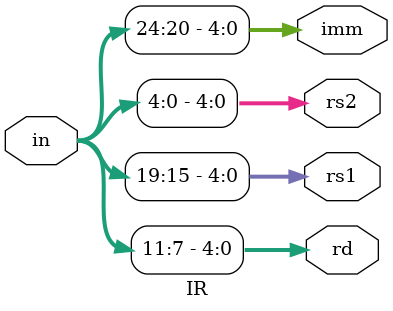
<source format=v>
module IR(in, rd, rs1, rs2, imm);

output [4:0] rd, rs1, rs2, imm;
input [31:0] in;

assign rd = in[11:7];
assign rs1 = in[19:15];
assign rs2 = in[6:0];
assign imm = in[31:20];

endmodule

</source>
